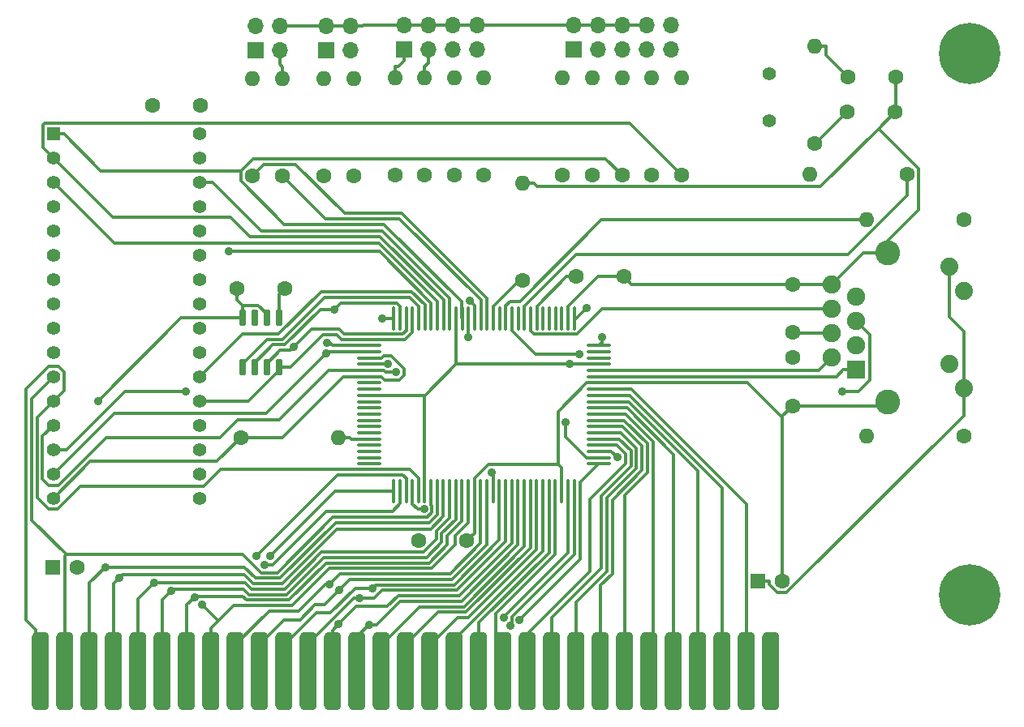
<source format=gtl>
%TF.GenerationSoftware,KiCad,Pcbnew,7.0.11*%
%TF.CreationDate,2024-10-11T23:56:48+03:00*%
%TF.ProjectId,ISA8_Ethernet,49534138-5f45-4746-9865-726e65742e6b,1.0*%
%TF.SameCoordinates,Original*%
%TF.FileFunction,Copper,L1,Top*%
%TF.FilePolarity,Positive*%
%FSLAX46Y46*%
G04 Gerber Fmt 4.6, Leading zero omitted, Abs format (unit mm)*
G04 Created by KiCad (PCBNEW 7.0.11) date 2024-10-11 23:56:48*
%MOMM*%
%LPD*%
G01*
G04 APERTURE LIST*
G04 Aperture macros list*
%AMRoundRect*
0 Rectangle with rounded corners*
0 $1 Rounding radius*
0 $2 $3 $4 $5 $6 $7 $8 $9 X,Y pos of 4 corners*
0 Add a 4 corners polygon primitive as box body*
4,1,4,$2,$3,$4,$5,$6,$7,$8,$9,$2,$3,0*
0 Add four circle primitives for the rounded corners*
1,1,$1+$1,$2,$3*
1,1,$1+$1,$4,$5*
1,1,$1+$1,$6,$7*
1,1,$1+$1,$8,$9*
0 Add four rect primitives between the rounded corners*
20,1,$1+$1,$2,$3,$4,$5,0*
20,1,$1+$1,$4,$5,$6,$7,0*
20,1,$1+$1,$6,$7,$8,$9,0*
20,1,$1+$1,$8,$9,$2,$3,0*%
G04 Aperture macros list end*
%TA.AperFunction,ComponentPad*%
%ADD10C,2.600000*%
%TD*%
%TA.AperFunction,ComponentPad*%
%ADD11C,1.890000*%
%TD*%
%TA.AperFunction,ComponentPad*%
%ADD12R,1.900000X1.900000*%
%TD*%
%TA.AperFunction,ComponentPad*%
%ADD13C,1.900000*%
%TD*%
%TA.AperFunction,ComponentPad*%
%ADD14C,6.400000*%
%TD*%
%TA.AperFunction,ComponentPad*%
%ADD15C,1.397000*%
%TD*%
%TA.AperFunction,ComponentPad*%
%ADD16R,1.397000X1.397000*%
%TD*%
%TA.AperFunction,SMDPad,CuDef*%
%ADD17RoundRect,0.150000X0.150000X-0.725000X0.150000X0.725000X-0.150000X0.725000X-0.150000X-0.725000X0*%
%TD*%
%TA.AperFunction,ComponentPad*%
%ADD18C,1.600000*%
%TD*%
%TA.AperFunction,ComponentPad*%
%ADD19O,1.600000X1.600000*%
%TD*%
%TA.AperFunction,SMDPad,CuDef*%
%ADD20RoundRect,0.100000X0.100000X-1.150000X0.100000X1.150000X-0.100000X1.150000X-0.100000X-1.150000X0*%
%TD*%
%TA.AperFunction,SMDPad,CuDef*%
%ADD21RoundRect,0.100000X1.150000X0.100000X-1.150000X0.100000X-1.150000X-0.100000X1.150000X-0.100000X0*%
%TD*%
%TA.AperFunction,ConnectorPad*%
%ADD22RoundRect,0.444500X-0.444500X-3.619500X0.444500X-3.619500X0.444500X3.619500X-0.444500X3.619500X0*%
%TD*%
%TA.AperFunction,ComponentPad*%
%ADD23R,1.600000X1.600000*%
%TD*%
%TA.AperFunction,ComponentPad*%
%ADD24R,1.700000X1.700000*%
%TD*%
%TA.AperFunction,ComponentPad*%
%ADD25O,1.700000X1.700000*%
%TD*%
%TA.AperFunction,ViaPad*%
%ADD26C,0.889000*%
%TD*%
%TA.AperFunction,Conductor*%
%ADD27C,0.368400*%
%TD*%
G04 APERTURE END LIST*
D10*
%TO.P,J1,13,SHIELD*%
%TO.N,GND*%
X192520000Y-102390000D03*
X192520000Y-86840000D03*
D11*
%TO.P,J1,L1,LEDY_A*%
%TO.N,VCC*%
X198950000Y-88290000D03*
%TO.P,J1,L2,LEDY_K*%
%TO.N,Net-(J1-LEDY_K)*%
X200470000Y-90830000D03*
%TO.P,J1,L3,LEDG_K*%
%TO.N,Net-(J1-LEDG_K)*%
X198950000Y-98400000D03*
%TO.P,J1,L4,LEDG_A*%
%TO.N,VCC*%
X200470000Y-100940000D03*
D12*
%TO.P,J1,R1,TD+*%
%TO.N,/TP_TX+*%
X189230000Y-99060000D03*
D13*
%TO.P,J1,R2,TD-*%
%TO.N,/TP_TX-*%
X186690000Y-97790000D03*
%TO.P,J1,R3,RD+*%
%TO.N,/TP_RX+*%
X189230000Y-96520000D03*
%TO.P,J1,R4,TCT*%
%TO.N,Net-(J1-TCT)*%
X186690000Y-95250000D03*
%TO.P,J1,R5,RCT*%
%TO.N,Net-(J1-RCT)*%
X189230000Y-93980000D03*
%TO.P,J1,R6,RD-*%
%TO.N,/TP_RX-*%
X186690000Y-92710000D03*
%TO.P,J1,R7,NC*%
%TO.N,unconnected-(J1-NC-PadR7)*%
X189230000Y-91440000D03*
%TO.P,J1,R8,GND*%
%TO.N,GND*%
X186690000Y-90170000D03*
%TD*%
D14*
%TO.P,HOLE1,1,1*%
%TO.N,GND*%
X201041000Y-66040000D03*
%TD*%
%TO.P,HOLE2,1,1*%
%TO.N,GND*%
X201041000Y-122555000D03*
%TD*%
D15*
%TO.P,Y1,1,1*%
%TO.N,Net-(U1-X1)*%
X180200000Y-73040940D03*
%TO.P,Y1,2,2*%
%TO.N,Net-(U1-X2)*%
X180200000Y-68159060D03*
%TD*%
D16*
%TO.P,U2,1,A18*%
%TO.N,/BA18*%
X105460000Y-74400000D03*
D15*
%TO.P,U2,2,A16*%
%TO.N,/BA16*%
X105460000Y-76940000D03*
%TO.P,U2,3,A15*%
%TO.N,/BA15*%
X105460000Y-79480000D03*
%TO.P,U2,4,A12*%
%TO.N,/A12*%
X105460000Y-82020000D03*
%TO.P,U2,5,A7*%
%TO.N,/A7*%
X105460000Y-84560000D03*
%TO.P,U2,6,A6*%
%TO.N,/A6*%
X105460000Y-87100000D03*
%TO.P,U2,7,A5*%
%TO.N,/A5*%
X105460000Y-89640000D03*
%TO.P,U2,8,A4*%
%TO.N,/A4*%
X105460000Y-92180000D03*
%TO.P,U2,9,A3*%
%TO.N,/A3*%
X105460000Y-94720000D03*
%TO.P,U2,10,A2*%
%TO.N,/A2*%
X105460000Y-97260000D03*
%TO.P,U2,11,A1*%
%TO.N,/A1*%
X105460000Y-99800000D03*
%TO.P,U2,12,A0*%
%TO.N,/A0*%
X105460000Y-102340000D03*
%TO.P,U2,13,DQ0*%
%TO.N,/BD0*%
X105460000Y-104880000D03*
%TO.P,U2,14,DQ1*%
%TO.N,/BD1*%
X105460000Y-107420000D03*
%TO.P,U2,15,DQ2*%
%TO.N,/BD2*%
X105460000Y-109960000D03*
%TO.P,U2,16,GND*%
%TO.N,GND*%
X105460000Y-112500000D03*
%TO.P,U2,17,DQ3*%
%TO.N,/BD3*%
X120700000Y-112500000D03*
%TO.P,U2,18,DQ4*%
%TO.N,/BD4*%
X120700000Y-109960000D03*
%TO.P,U2,19,DQ5*%
%TO.N,/BD5*%
X120700000Y-107420000D03*
%TO.P,U2,20,DQ6*%
%TO.N,/BD6*%
X120700000Y-104880000D03*
%TO.P,U2,21,DQ7*%
%TO.N,/BD7*%
X120700000Y-102340000D03*
%TO.P,U2,22,~{CE}*%
%TO.N,/~{BCS}*%
X120700000Y-99800000D03*
%TO.P,U2,23,A10*%
%TO.N,/A10*%
X120700000Y-97260000D03*
%TO.P,U2,24,~{OE}*%
%TO.N,/~{SMEMR}*%
X120700000Y-94720000D03*
%TO.P,U2,25,A11*%
%TO.N,/A11*%
X120700000Y-92180000D03*
%TO.P,U2,26,A9*%
%TO.N,/A9*%
X120700000Y-89640000D03*
%TO.P,U2,27,A8*%
%TO.N,/A8*%
X120700000Y-87100000D03*
%TO.P,U2,28,A13*%
%TO.N,/A13*%
X120700000Y-84560000D03*
%TO.P,U2,29,A14*%
%TO.N,/BA14*%
X120700000Y-82020000D03*
%TO.P,U2,30,A17*%
%TO.N,/BA17*%
X120700000Y-79480000D03*
%TO.P,U2,31,~{WE}*%
%TO.N,/~{SMEMW}*%
X120700000Y-76940000D03*
%TO.P,U2,32,VCC*%
%TO.N,VCC*%
X120700000Y-74400000D03*
%TD*%
D17*
%TO.P,U3,1,CS*%
%TO.N,/EECS*%
X125195000Y-98775000D03*
%TO.P,U3,2,SCLK*%
%TO.N,/BD5*%
X126465000Y-98775000D03*
%TO.P,U3,3,DI*%
%TO.N,/BD6*%
X127735000Y-98775000D03*
%TO.P,U3,4,DO*%
%TO.N,/BD7*%
X129005000Y-98775000D03*
%TO.P,U3,5,GND*%
%TO.N,GND*%
X129005000Y-93625000D03*
%TO.P,U3,6,ORG*%
%TO.N,VCC*%
X127735000Y-93625000D03*
%TO.P,U3,7,NC*%
%TO.N,unconnected-(U3-NC-Pad7)*%
X126465000Y-93625000D03*
%TO.P,U3,8,VCC*%
%TO.N,VCC*%
X125195000Y-93625000D03*
%TD*%
D18*
%TO.P,C5,1*%
%TO.N,VCC*%
X160000000Y-89300000D03*
%TO.P,C5,2*%
%TO.N,GND*%
X165000000Y-89300000D03*
%TD*%
%TO.P,C8,1*%
%TO.N,VCC*%
X124600000Y-90600000D03*
%TO.P,C8,2*%
%TO.N,GND*%
X129600000Y-90600000D03*
%TD*%
%TO.P,R6,1*%
%TO.N,GND*%
X125020000Y-106100000D03*
D19*
%TO.P,R6,2*%
%TO.N,/~{IOCS16}*%
X135180000Y-106100000D03*
%TD*%
D18*
%TO.P,R7,1*%
%TO.N,Net-(U1-X1)*%
X184900000Y-75380000D03*
D19*
%TO.P,R7,2*%
%TO.N,Net-(U1-X2)*%
X184900000Y-65220000D03*
%TD*%
D18*
%TO.P,C7,1*%
%TO.N,VCC*%
X120800000Y-71400000D03*
%TO.P,C7,2*%
%TO.N,GND*%
X115800000Y-71400000D03*
%TD*%
D20*
%TO.P,U1,1,INT3/IRQ5*%
%TO.N,/IRQ5*%
X140975000Y-111700000D03*
%TO.P,U1,2,INT2/IRQ4*%
%TO.N,/IRQ4*%
X141625000Y-111700000D03*
%TO.P,U1,3,INT1/IRQ3*%
%TO.N,/IRQ3*%
X142275000Y-111700000D03*
%TO.P,U1,4,INT0/IRQ2/9*%
%TO.N,/IRQ9*%
X142925000Y-111700000D03*
%TO.P,U1,5,SA0*%
%TO.N,/A0*%
X143550000Y-111700000D03*
%TO.P,U1,6,VCC*%
%TO.N,VCC*%
X144200000Y-111700000D03*
%TO.P,U1,7,SA1*%
%TO.N,/A1*%
X144850000Y-111700000D03*
%TO.P,U1,8,SA2*%
%TO.N,/A2*%
X145500000Y-111700000D03*
%TO.P,U1,9,SA3*%
%TO.N,/A3*%
X146150000Y-111700000D03*
%TO.P,U1,10,SA4*%
%TO.N,/A4*%
X146800000Y-111700000D03*
%TO.P,U1,11,SA5*%
%TO.N,/A5*%
X147450000Y-111700000D03*
%TO.P,U1,12,SA6*%
%TO.N,/A6*%
X148100000Y-111700000D03*
%TO.P,U1,13,SA7*%
%TO.N,/A7*%
X148750000Y-111700000D03*
%TO.P,U1,14,GND*%
%TO.N,GND*%
X149400000Y-111700000D03*
%TO.P,U1,15,SA8*%
%TO.N,/A8*%
X150050000Y-111700000D03*
%TO.P,U1,16,SA9*%
%TO.N,/A9*%
X150700000Y-111700000D03*
%TO.P,U1,17,VCC*%
%TO.N,VCC*%
X151350000Y-111700000D03*
%TO.P,U1,18,SA10*%
%TO.N,/A10*%
X152000000Y-111700000D03*
%TO.P,U1,19,SA11*%
%TO.N,/A11*%
X152650000Y-111700000D03*
%TO.P,U1,20,SA12*%
%TO.N,/A12*%
X153300000Y-111700000D03*
%TO.P,U1,21,SA13*%
%TO.N,/A13*%
X153950000Y-111700000D03*
%TO.P,U1,22,SA14*%
%TO.N,/A14*%
X154600000Y-111700000D03*
%TO.P,U1,23,SA15*%
%TO.N,/A15*%
X155250000Y-111700000D03*
%TO.P,U1,24,SA16*%
%TO.N,/A16*%
X155900000Y-111700000D03*
%TO.P,U1,25,SA17*%
%TO.N,/A17*%
X156550000Y-111700000D03*
%TO.P,U1,26,SA18*%
%TO.N,/A18*%
X157200000Y-111700000D03*
%TO.P,U1,27,SA19*%
%TO.N,/A19*%
X157850000Y-111700000D03*
%TO.P,U1,28,GND*%
%TO.N,GND*%
X158500000Y-111700000D03*
%TO.P,U1,29,~{IORB}*%
%TO.N,/~{IOR}*%
X159150000Y-111700000D03*
%TO.P,U1,30,~{IOWB}*%
%TO.N,/~{IOW}*%
X159800000Y-111700000D03*
D21*
%TO.P,U1,31,~{SMEMRB}*%
%TO.N,/~{SMEMR}*%
X162400000Y-108875000D03*
%TO.P,U1,32,~{SMEMWB}*%
%TO.N,/~{SMEMW}*%
X162400000Y-108225000D03*
%TO.P,U1,33,RSTDRV*%
%TO.N,/RSTDRV*%
X162400000Y-107575000D03*
%TO.P,U1,34,AEN*%
%TO.N,/AEN*%
X162400000Y-106925000D03*
%TO.P,U1,35,IOCHRDY*%
%TO.N,/IOCHRDY*%
X162400000Y-106275000D03*
%TO.P,U1,36,SD0*%
%TO.N,/D0*%
X162400000Y-105625000D03*
%TO.P,U1,37,SD1*%
%TO.N,/D1*%
X162400000Y-104975000D03*
%TO.P,U1,38,SD2*%
%TO.N,/D2*%
X162400000Y-104325000D03*
%TO.P,U1,39,SD3*%
%TO.N,/D3*%
X162400000Y-103675000D03*
%TO.P,U1,40,SD4*%
%TO.N,/D4*%
X162400000Y-103025000D03*
%TO.P,U1,41,SD5*%
%TO.N,/D5*%
X162400000Y-102375000D03*
%TO.P,U1,42,SD6*%
%TO.N,/D6*%
X162400000Y-101725000D03*
%TO.P,U1,43,SD7*%
%TO.N,/D7*%
X162400000Y-101075000D03*
%TO.P,U1,44,GND*%
%TO.N,GND*%
X162400000Y-100425000D03*
%TO.P,U1,45,TPOUT+*%
%TO.N,/TP_TX+*%
X162400000Y-99775000D03*
%TO.P,U1,46,TPOUT-*%
%TO.N,/TP_TX-*%
X162400000Y-99125000D03*
%TO.P,U1,47,VCC*%
%TO.N,VCC*%
X162400000Y-98475000D03*
%TO.P,U1,48,TX-*%
%TO.N,unconnected-(U1-TX--Pad48)*%
X162400000Y-97825000D03*
%TO.P,U1,49,TX+*%
%TO.N,unconnected-(U1-TX+-Pad49)*%
X162400000Y-97175000D03*
%TO.P,U1,50,X1*%
%TO.N,Net-(U1-X1)*%
X162400000Y-96525000D03*
D20*
%TO.P,U1,51,X2*%
%TO.N,Net-(U1-X2)*%
X159825000Y-93700000D03*
%TO.P,U1,52,GND*%
%TO.N,GND*%
X159175000Y-93700000D03*
%TO.P,U1,53,CD-*%
%TO.N,unconnected-(U1-CD--Pad53)*%
X158525000Y-93700000D03*
%TO.P,U1,54,CD+*%
%TO.N,unconnected-(U1-CD+-Pad54)*%
X157875000Y-93700000D03*
%TO.P,U1,55,RX-*%
%TO.N,unconnected-(U1-RX--Pad55)*%
X157225000Y-93700000D03*
%TO.P,U1,56,RX+*%
%TO.N,unconnected-(U1-RX+-Pad56)*%
X156575000Y-93700000D03*
%TO.P,U1,57,VCC*%
%TO.N,VCC*%
X155925000Y-93700000D03*
%TO.P,U1,58,TPIN-*%
%TO.N,/TP_RX-*%
X155275000Y-93700000D03*
%TO.P,U1,59,TPIN+*%
%TO.N,/TP_RX+*%
X154625000Y-93700000D03*
%TO.P,U1,60,LEDBNC*%
%TO.N,unconnected-(U1-LEDBNC-Pad60)*%
X153975000Y-93700000D03*
%TO.P,U1,61,LED0/LED_COL/LED_LINK*%
%TO.N,/LED_LINK*%
X153325000Y-93700000D03*
%TO.P,U1,62,LED1/LED_RX/LED_CRS*%
%TO.N,/LED_CRS*%
X152675000Y-93700000D03*
%TO.P,U1,63,LED2/LED_TX*%
%TO.N,unconnected-(U1-LED2{slash}LED_TX-Pad63)*%
X152025000Y-93700000D03*
%TO.P,U1,64,AUI*%
%TO.N,/AUI*%
X151375000Y-93700000D03*
%TO.P,U1,65,JP*%
%TO.N,/JP*%
X150725000Y-93700000D03*
%TO.P,U1,66,BA21/PNP*%
%TO.N,/BA21*%
X150075000Y-93700000D03*
%TO.P,U1,67,BA20/BS0*%
%TO.N,/BA20*%
X149425000Y-93700000D03*
%TO.P,U1,68,BA19/BS1*%
%TO.N,/BA19*%
X148775000Y-93700000D03*
%TO.P,U1,69,BA18/BS2*%
%TO.N,/BA18*%
X148125000Y-93700000D03*
%TO.P,U1,70,VCC*%
%TO.N,VCC*%
X147475000Y-93700000D03*
%TO.P,U1,71,BA17/BS3*%
%TO.N,/BA17*%
X146825000Y-93700000D03*
%TO.P,U1,72,BA16/BS4*%
%TO.N,/BA16*%
X146175000Y-93700000D03*
%TO.P,U1,73,BA15*%
%TO.N,/BA15*%
X145525000Y-93700000D03*
%TO.P,U1,74,BA14/PL0*%
%TO.N,/BA14*%
X144875000Y-93700000D03*
%TO.P,U1,75,~{BCSB}*%
%TO.N,/~{BCS}*%
X144225000Y-93700000D03*
%TO.P,U1,76,EECS*%
%TO.N,/EECS*%
X143575000Y-93700000D03*
%TO.P,U1,77,BD7/PL1/EEDO*%
%TO.N,/BD7*%
X142925000Y-93700000D03*
%TO.P,U1,78,BD6/IRQS0/EEDI*%
%TO.N,/BD6*%
X142275000Y-93700000D03*
%TO.P,U1,79,BD5/IRQS1/EESK*%
%TO.N,/BD5*%
X141625000Y-93700000D03*
%TO.P,U1,80,BD4/IRQS2*%
%TO.N,/BD4*%
X140975000Y-93700000D03*
D21*
%TO.P,U1,81,BD3/IOS0*%
%TO.N,/BD3*%
X138400000Y-96525000D03*
%TO.P,U1,82,BD2/IOS1*%
%TO.N,/BD2*%
X138400000Y-97175000D03*
%TO.P,U1,83,GND*%
%TO.N,GND*%
X138400000Y-97825000D03*
%TO.P,U1,84,BD1/IOS2*%
%TO.N,/BD1*%
X138400000Y-98475000D03*
%TO.P,U1,85,BD0/IOS3*%
%TO.N,/BD0*%
X138400000Y-99125000D03*
%TO.P,U1,86,GND*%
%TO.N,GND*%
X138400000Y-99775000D03*
%TO.P,U1,87,SD15*%
%TO.N,unconnected-(U1-SD15-Pad87)*%
X138400000Y-100425000D03*
%TO.P,U1,88,SD14*%
%TO.N,unconnected-(U1-SD14-Pad88)*%
X138400000Y-101075000D03*
%TO.P,U1,89,VCC*%
%TO.N,VCC*%
X138400000Y-101725000D03*
%TO.P,U1,90,SD13*%
%TO.N,unconnected-(U1-SD13-Pad90)*%
X138400000Y-102375000D03*
%TO.P,U1,91,SD12*%
%TO.N,unconnected-(U1-SD12-Pad91)*%
X138400000Y-103025000D03*
%TO.P,U1,92,SD11*%
%TO.N,unconnected-(U1-SD11-Pad92)*%
X138400000Y-103675000D03*
%TO.P,U1,93,SD10*%
%TO.N,unconnected-(U1-SD10-Pad93)*%
X138400000Y-104325000D03*
%TO.P,U1,94,SD9*%
%TO.N,unconnected-(U1-SD9-Pad94)*%
X138400000Y-104975000D03*
%TO.P,U1,95,SD8*%
%TO.N,unconnected-(U1-SD8-Pad95)*%
X138400000Y-105625000D03*
%TO.P,U1,96,~{IOCS16B/SLOT16}*%
%TO.N,/~{IOCS16}*%
X138400000Y-106275000D03*
%TO.P,U1,97,INT7/IRQ15*%
%TO.N,unconnected-(U1-INT7{slash}IRQ15-Pad97)*%
X138400000Y-106925000D03*
%TO.P,U1,98,INT6/IRQ12*%
%TO.N,unconnected-(U1-INT6{slash}IRQ12-Pad98)*%
X138400000Y-107575000D03*
%TO.P,U1,99,INT5/IRQ11*%
%TO.N,unconnected-(U1-INT5{slash}IRQ11-Pad99)*%
X138400000Y-108225000D03*
%TO.P,U1,100,INT4/IRQ10*%
%TO.N,unconnected-(U1-INT4{slash}IRQ10-Pad100)*%
X138400000Y-108875000D03*
%TD*%
D18*
%TO.P,R1,1*%
%TO.N,/TP_RX+*%
X194580000Y-78600000D03*
D19*
%TO.P,R1,2*%
%TO.N,/TP_RX-*%
X184420000Y-78600000D03*
%TD*%
D18*
%TO.P,C3,1*%
%TO.N,Net-(J1-TCT)*%
X182600000Y-95100000D03*
%TO.P,C3,2*%
%TO.N,GND*%
X182600000Y-90100000D03*
%TD*%
%TO.P,R3,1*%
%TO.N,Net-(J1-LEDY_K)*%
X200480000Y-83400000D03*
D19*
%TO.P,R3,2*%
%TO.N,/LED_CRS*%
X190320000Y-83400000D03*
%TD*%
D18*
%TO.P,C1,1*%
%TO.N,GND*%
X193300000Y-72100000D03*
%TO.P,C1,2*%
%TO.N,Net-(U1-X1)*%
X188300000Y-72100000D03*
%TD*%
%TO.P,C2,1*%
%TO.N,GND*%
X193400000Y-68500000D03*
%TO.P,C2,2*%
%TO.N,Net-(U1-X2)*%
X188400000Y-68500000D03*
%TD*%
D22*
%TO.P,BUS1,32,IO_CH_CK*%
%TO.N,unconnected-(BUS1-IO_CH_CK-Pad32)*%
X180340000Y-130492500D03*
%TO.P,BUS1,33,SD7*%
%TO.N,/D7*%
X177800000Y-130492500D03*
%TO.P,BUS1,34,SD6*%
%TO.N,/D6*%
X175260000Y-130492500D03*
%TO.P,BUS1,35,SD5*%
%TO.N,/D5*%
X172720000Y-130492500D03*
%TO.P,BUS1,36,SD4*%
%TO.N,/D4*%
X170180000Y-130492500D03*
%TO.P,BUS1,37,SD3*%
%TO.N,/D3*%
X167640000Y-130492500D03*
%TO.P,BUS1,38,SD2*%
%TO.N,/D2*%
X165100000Y-130492500D03*
%TO.P,BUS1,39,SD1*%
%TO.N,/D1*%
X162560000Y-130492500D03*
%TO.P,BUS1,40,SD0*%
%TO.N,/D0*%
X160020000Y-130492500D03*
%TO.P,BUS1,41,IO_READY*%
%TO.N,/IOCHRDY*%
X157480000Y-130492500D03*
%TO.P,BUS1,42,AEN*%
%TO.N,/AEN*%
X154940000Y-130492500D03*
%TO.P,BUS1,43,SA19*%
%TO.N,/A19*%
X152400000Y-130492500D03*
%TO.P,BUS1,44,SA18*%
%TO.N,/A18*%
X149860000Y-130492500D03*
%TO.P,BUS1,45,SA17*%
%TO.N,/A17*%
X147320000Y-130492500D03*
%TO.P,BUS1,46,SA16*%
%TO.N,/A16*%
X144780000Y-130492500D03*
%TO.P,BUS1,47,SA15*%
%TO.N,/A15*%
X142240000Y-130492500D03*
%TO.P,BUS1,48,SA14*%
%TO.N,/A14*%
X139700000Y-130492500D03*
%TO.P,BUS1,49,SA13*%
%TO.N,/A13*%
X137160000Y-130492500D03*
%TO.P,BUS1,50,SA12*%
%TO.N,/A12*%
X134620000Y-130492500D03*
%TO.P,BUS1,51,SA11*%
%TO.N,/A11*%
X132080000Y-130492500D03*
%TO.P,BUS1,52,SA10*%
%TO.N,/A10*%
X129540000Y-130492500D03*
%TO.P,BUS1,53,SA9*%
%TO.N,/A9*%
X127000000Y-130492500D03*
%TO.P,BUS1,54,SA8*%
%TO.N,/A8*%
X124460000Y-130492500D03*
%TO.P,BUS1,55,SA7*%
%TO.N,/A7*%
X121920000Y-130492500D03*
%TO.P,BUS1,56,SA6*%
%TO.N,/A6*%
X119380000Y-130492500D03*
%TO.P,BUS1,57,SA5*%
%TO.N,/A5*%
X116840000Y-130492500D03*
%TO.P,BUS1,58,SA4*%
%TO.N,/A4*%
X114300000Y-130492500D03*
%TO.P,BUS1,59,SA3*%
%TO.N,/A3*%
X111760000Y-130492500D03*
%TO.P,BUS1,60,SA2*%
%TO.N,/A2*%
X109220000Y-130492500D03*
%TO.P,BUS1,61,SA1*%
%TO.N,/A1*%
X106680000Y-130492500D03*
%TO.P,BUS1,62,SA0*%
%TO.N,/A0*%
X104140000Y-130492500D03*
%TD*%
D18*
%TO.P,C6,1*%
%TO.N,VCC*%
X143600000Y-116900000D03*
%TO.P,C6,2*%
%TO.N,GND*%
X148600000Y-116900000D03*
%TD*%
%TO.P,R2,1*%
%TO.N,Net-(J1-LEDG_K)*%
X200480000Y-106000000D03*
D19*
%TO.P,R2,2*%
%TO.N,/LED_LINK*%
X190320000Y-106000000D03*
%TD*%
D18*
%TO.P,C4,1*%
%TO.N,Net-(J1-RCT)*%
X182600000Y-97800000D03*
%TO.P,C4,2*%
%TO.N,GND*%
X182600000Y-102800000D03*
%TD*%
D23*
%TO.P,C9,1*%
%TO.N,VCC*%
X179000000Y-121100000D03*
D18*
%TO.P,C9,2*%
%TO.N,GND*%
X181500000Y-121100000D03*
%TD*%
D23*
%TO.P,C10,1*%
%TO.N,VCC*%
X105400000Y-119700000D03*
D18*
%TO.P,C10,2*%
%TO.N,GND*%
X107900000Y-119700000D03*
%TD*%
%TO.P,R10,1*%
%TO.N,/BD3*%
X141100000Y-78715000D03*
D19*
%TO.P,R10,2*%
%TO.N,Net-(J9-Pin_1)*%
X141100000Y-68555000D03*
%TD*%
D24*
%TO.P,J4,1,Pin_1*%
%TO.N,Net-(J4-Pin_1)*%
X126560000Y-65640000D03*
D25*
%TO.P,J4,2,Pin_2*%
%TO.N,VCC*%
X126560000Y-63100000D03*
%TO.P,J4,3,Pin_3*%
%TO.N,Net-(J4-Pin_3)*%
X129100000Y-65640000D03*
%TO.P,J4,4,Pin_4*%
%TO.N,VCC*%
X129100000Y-63100000D03*
%TD*%
D24*
%TO.P,J7,1,Pin_1*%
%TO.N,Net-(J7-Pin_1)*%
X133950000Y-65640000D03*
D25*
%TO.P,J7,2,Pin_2*%
%TO.N,VCC*%
X133950000Y-63100000D03*
%TO.P,J7,3,Pin_3*%
%TO.N,Net-(J7-Pin_3)*%
X136490000Y-65640000D03*
%TO.P,J7,4,Pin_4*%
%TO.N,VCC*%
X136490000Y-63100000D03*
%TD*%
D24*
%TO.P,J10,1,Pin_1*%
%TO.N,Net-(J10-Pin_1)*%
X159720000Y-65600000D03*
D25*
%TO.P,J10,2,Pin_2*%
%TO.N,VCC*%
X159720000Y-63060000D03*
%TO.P,J10,3,Pin_3*%
%TO.N,Net-(J10-Pin_3)*%
X162260000Y-65600000D03*
%TO.P,J10,4,Pin_4*%
%TO.N,VCC*%
X162260000Y-63060000D03*
%TO.P,J10,5,Pin_5*%
%TO.N,Net-(J10-Pin_5)*%
X164800000Y-65600000D03*
%TO.P,J10,6,Pin_6*%
%TO.N,VCC*%
X164800000Y-63060000D03*
%TO.P,J10,7,Pin_7*%
%TO.N,Net-(J10-Pin_7)*%
X167340000Y-65600000D03*
%TO.P,J10,8,Pin_8*%
%TO.N,VCC*%
X167340000Y-63060000D03*
%TO.P,J10,9,Pin_9*%
%TO.N,Net-(J10-Pin_9)*%
X169880000Y-65600000D03*
%TO.P,J10,10,Pin_10*%
%TO.N,VCC*%
X169880000Y-63060000D03*
%TD*%
D18*
%TO.P,R9,1*%
%TO.N,/BD5*%
X136800000Y-78780000D03*
D19*
%TO.P,R9,2*%
%TO.N,Net-(J7-Pin_3)*%
X136800000Y-68620000D03*
%TD*%
D18*
%TO.P,R12,1*%
%TO.N,/BD1*%
X147300000Y-78715000D03*
D19*
%TO.P,R12,2*%
%TO.N,Net-(J9-Pin_5)*%
X147300000Y-68555000D03*
%TD*%
D18*
%TO.P,R18,1*%
%TO.N,/AUI*%
X154400000Y-89680000D03*
D19*
%TO.P,R18,2*%
%TO.N,GND*%
X154400000Y-79520000D03*
%TD*%
D18*
%TO.P,R15,1*%
%TO.N,/BA19*%
X161700000Y-78680000D03*
D19*
%TO.P,R15,2*%
%TO.N,Net-(J10-Pin_3)*%
X161700000Y-68520000D03*
%TD*%
D18*
%TO.P,R13,1*%
%TO.N,/BD0*%
X150400000Y-78715000D03*
D19*
%TO.P,R13,2*%
%TO.N,Net-(J9-Pin_7)*%
X150400000Y-68555000D03*
%TD*%
D18*
%TO.P,R16,1*%
%TO.N,/BA18*%
X164800000Y-78680000D03*
D19*
%TO.P,R16,2*%
%TO.N,Net-(J10-Pin_5)*%
X164800000Y-68520000D03*
%TD*%
D24*
%TO.P,J9,1,Pin_1*%
%TO.N,Net-(J9-Pin_1)*%
X142020000Y-65575000D03*
D25*
%TO.P,J9,2,Pin_2*%
%TO.N,VCC*%
X142020000Y-63035000D03*
%TO.P,J9,3,Pin_3*%
%TO.N,Net-(J9-Pin_3)*%
X144560000Y-65575000D03*
%TO.P,J9,4,Pin_4*%
%TO.N,VCC*%
X144560000Y-63035000D03*
%TO.P,J9,5,Pin_5*%
%TO.N,Net-(J9-Pin_5)*%
X147100000Y-65575000D03*
%TO.P,J9,6,Pin_6*%
%TO.N,VCC*%
X147100000Y-63035000D03*
%TO.P,J9,7,Pin_7*%
%TO.N,Net-(J9-Pin_7)*%
X149640000Y-65575000D03*
%TO.P,J9,8,Pin_8*%
%TO.N,VCC*%
X149640000Y-63035000D03*
%TD*%
D18*
%TO.P,R14,1*%
%TO.N,/BA20*%
X158600000Y-78680000D03*
D19*
%TO.P,R14,2*%
%TO.N,Net-(J10-Pin_1)*%
X158600000Y-68520000D03*
%TD*%
D18*
%TO.P,R4,1*%
%TO.N,/JP*%
X126240000Y-78780000D03*
D19*
%TO.P,R4,2*%
%TO.N,Net-(J4-Pin_1)*%
X126240000Y-68620000D03*
%TD*%
D18*
%TO.P,R8,1*%
%TO.N,/BD6*%
X133650000Y-78780000D03*
D19*
%TO.P,R8,2*%
%TO.N,Net-(J7-Pin_1)*%
X133650000Y-68620000D03*
%TD*%
D18*
%TO.P,R17,1*%
%TO.N,/BA17*%
X167900000Y-78680000D03*
D19*
%TO.P,R17,2*%
%TO.N,Net-(J10-Pin_7)*%
X167900000Y-68520000D03*
%TD*%
D18*
%TO.P,R19,1*%
%TO.N,/BA16*%
X171000000Y-78680000D03*
D19*
%TO.P,R19,2*%
%TO.N,Net-(J10-Pin_9)*%
X171000000Y-68520000D03*
%TD*%
D18*
%TO.P,R11,1*%
%TO.N,/BD2*%
X144200000Y-78715000D03*
D19*
%TO.P,R11,2*%
%TO.N,Net-(J9-Pin_3)*%
X144200000Y-68555000D03*
%TD*%
D18*
%TO.P,R5,1*%
%TO.N,/BA21*%
X129400000Y-78780000D03*
D19*
%TO.P,R5,2*%
%TO.N,Net-(J4-Pin_3)*%
X129400000Y-68620000D03*
%TD*%
D26*
%TO.N,/A10*%
X138768900Y-121846400D03*
%TO.N,/A11*%
X137430000Y-122917300D03*
%TO.N,/A12*%
X135241900Y-125628800D03*
%TO.N,/A13*%
X138388200Y-125696200D03*
%TO.N,/A2*%
X110862900Y-119661000D03*
%TO.N,/A3*%
X112378800Y-120763800D03*
%TO.N,/A4*%
X115954300Y-121325600D03*
%TO.N,/A5*%
X117741300Y-122157400D03*
%TO.N,/A6*%
X120192500Y-122792800D03*
%TO.N,/A7*%
X120994700Y-123595000D03*
%TO.N,/A8*%
X134298800Y-121451200D03*
%TO.N,/A9*%
X135302300Y-122049900D03*
%TO.N,/~{IOR}*%
X152452600Y-124896400D03*
%TO.N,/~{IOW}*%
X153112500Y-125779600D03*
%TO.N,VCC*%
X159373900Y-98475000D03*
X151179700Y-109794100D03*
X110117200Y-102297900D03*
%TO.N,/RSTDRV*%
X164297800Y-108184800D03*
%TO.N,/IRQ9*%
X144136400Y-113605600D03*
%TO.N,/~{SMEMW}*%
X158937000Y-104523500D03*
%TO.N,/~{SMEMR}*%
X154113900Y-125196400D03*
%TO.N,/IRQ5*%
X128076300Y-118484600D03*
%TO.N,/IRQ4*%
X127473900Y-119425200D03*
%TO.N,/IRQ3*%
X126660100Y-118515300D03*
%TO.N,Net-(U1-X1)*%
X162723500Y-95671800D03*
%TO.N,Net-(U1-X2)*%
X161093400Y-92633000D03*
%TO.N,Net-(J1-RCT)*%
X187776300Y-101312900D03*
%TO.N,/LED_LINK*%
X160386400Y-97446200D03*
%TO.N,/BD6*%
X130531500Y-96671400D03*
%TO.N,/BD5*%
X134770100Y-92728400D03*
%TO.N,/BD4*%
X139757000Y-93700000D03*
%TO.N,/BD3*%
X133976600Y-96233300D03*
%TO.N,/BD2*%
X133957500Y-97324300D03*
%TO.N,/BD1*%
X119292500Y-101309100D03*
X140399600Y-98445100D03*
%TO.N,/BD0*%
X141212300Y-99292800D03*
%TO.N,/BA14*%
X123814300Y-86694000D03*
%TO.N,/BA19*%
X148775000Y-95606500D03*
%TO.N,/BA20*%
X148895200Y-91790200D03*
%TD*%
D27*
%TO.N,/A0*%
X103657400Y-130009900D02*
X104140000Y-130492500D01*
X102627800Y-125157600D02*
X103657400Y-126187200D01*
X102627800Y-101069700D02*
X102627800Y-125157600D01*
X103657400Y-126187200D02*
X103657400Y-130009900D01*
X106013400Y-98714400D02*
X104983100Y-98714400D01*
X106578100Y-99279100D02*
X106013400Y-98714400D01*
X104983100Y-98714400D02*
X102627800Y-101069700D01*
X106578100Y-101221900D02*
X106578100Y-99279100D01*
X105460000Y-102340000D02*
X106578100Y-101221900D01*
%TO.N,/D1*%
X166881400Y-107010000D02*
X164846400Y-104975000D01*
X166881400Y-109566000D02*
X166881400Y-107010000D01*
X163781300Y-120336338D02*
X163781300Y-112666100D01*
X164846400Y-104975000D02*
X162400000Y-104975000D01*
X162560000Y-121557638D02*
X163781300Y-120336338D01*
X163781300Y-112666100D02*
X166881400Y-109566000D01*
X162560000Y-130492500D02*
X162560000Y-121557638D01*
%TO.N,/A0*%
X142633100Y-109466200D02*
X122926800Y-109466200D01*
X108263900Y-111230000D02*
X105909300Y-113584600D01*
X143550000Y-111700000D02*
X143550000Y-110383100D01*
X121163000Y-111230000D02*
X108263900Y-111230000D01*
X143550000Y-110383100D02*
X142633100Y-109466200D01*
X103768400Y-112405600D02*
X103768400Y-104031600D01*
X103768400Y-104031600D02*
X105460000Y-102340000D01*
X105909300Y-113584600D02*
X104947400Y-113584600D01*
X122926800Y-109466200D02*
X121163000Y-111230000D01*
X104947400Y-113584600D02*
X103768400Y-112405600D01*
%TO.N,/A1*%
X106680000Y-118499300D02*
X106680000Y-130492500D01*
X125244100Y-118370000D02*
X127129900Y-120255800D01*
X105460000Y-99800000D02*
X103198100Y-102061900D01*
X144480500Y-114436200D02*
X144967000Y-113949700D01*
X127129900Y-120255800D02*
X128827100Y-120255800D01*
X103198100Y-102061900D02*
X103198100Y-114758800D01*
X144967000Y-113949700D02*
X144967000Y-113261500D01*
X144967000Y-113261500D02*
X144850000Y-113144500D01*
X134646700Y-114436200D02*
X144480500Y-114436200D01*
X144850000Y-113144500D02*
X144850000Y-111700000D01*
X106809300Y-118370000D02*
X125244100Y-118370000D01*
X103198100Y-114758800D02*
X106809300Y-118370000D01*
X128827100Y-120255800D02*
X134646700Y-114436200D01*
X106809300Y-118370000D02*
X106680000Y-118499300D01*
%TO.N,/A10*%
X152000000Y-111700000D02*
X152000000Y-116841400D01*
X139098900Y-121516400D02*
X138768900Y-121846400D01*
X134375000Y-124446400D02*
X136975000Y-121846400D01*
X152000000Y-116841400D02*
X147325000Y-121516400D01*
X129540000Y-130492500D02*
X129540000Y-127786300D01*
X147325000Y-121516400D02*
X139098900Y-121516400D01*
X132879900Y-124446400D02*
X134375000Y-124446400D01*
X136975000Y-121846400D02*
X138768900Y-121846400D01*
X129540000Y-127786300D02*
X132879900Y-124446400D01*
%TO.N,/A11*%
X152650000Y-111700000D02*
X152650000Y-116998000D01*
X139742700Y-122086700D02*
X138912100Y-122917300D01*
X138912100Y-122917300D02*
X137430000Y-122917300D01*
X136778800Y-122917300D02*
X132080000Y-127616100D01*
X147561300Y-122086700D02*
X139742700Y-122086700D01*
X137430000Y-122917300D02*
X136778800Y-122917300D01*
X152650000Y-116998000D02*
X147561300Y-122086700D01*
X132080000Y-127616100D02*
X132080000Y-130492500D01*
%TO.N,/A12*%
X147816800Y-122657000D02*
X141427400Y-122657000D01*
X140322200Y-123762200D02*
X137108500Y-123762200D01*
X153300000Y-117173800D02*
X147816800Y-122657000D01*
X141427400Y-122657000D02*
X140322200Y-123762200D01*
X134620000Y-126250700D02*
X135241900Y-125628800D01*
X137108500Y-123762200D02*
X135241900Y-125628800D01*
X153300000Y-111700000D02*
X153300000Y-117173800D01*
X134620000Y-130492500D02*
X134620000Y-126250700D01*
%TO.N,/A13*%
X139194700Y-125696200D02*
X138388200Y-125696200D01*
X137160000Y-126924400D02*
X138388200Y-125696200D01*
X141663600Y-123227300D02*
X139194700Y-125696200D01*
X153950000Y-111700000D02*
X153950000Y-117330800D01*
X148053500Y-123227300D02*
X141663600Y-123227300D01*
X153950000Y-117330800D02*
X148053500Y-123227300D01*
X137160000Y-130492500D02*
X137160000Y-126924400D01*
%TO.N,/A14*%
X154600000Y-117487300D02*
X148289700Y-123797600D01*
X139700000Y-127785500D02*
X139700000Y-130492500D01*
X143687900Y-123797600D02*
X139700000Y-127785500D01*
X154600000Y-111700000D02*
X154600000Y-117487300D01*
X148289700Y-123797600D02*
X143687900Y-123797600D01*
%TO.N,/A15*%
X155250000Y-117643800D02*
X148525900Y-124367900D01*
X142240000Y-127752900D02*
X142240000Y-130492500D01*
X155250000Y-111700000D02*
X155250000Y-117643800D01*
X145625000Y-124367900D02*
X142240000Y-127752900D01*
X148525900Y-124367900D02*
X145625000Y-124367900D01*
%TO.N,/A16*%
X147633300Y-124938200D02*
X144780000Y-127791500D01*
X144780000Y-127791500D02*
X144780000Y-130492500D01*
X148762200Y-124938200D02*
X147633300Y-124938200D01*
X155900000Y-111700000D02*
X155900000Y-117800400D01*
X155900000Y-117800400D02*
X148762200Y-124938200D01*
%TO.N,/A17*%
X156550000Y-111700000D02*
X156550000Y-117958800D01*
X147320000Y-127188800D02*
X147320000Y-130492500D01*
X156550000Y-117958800D02*
X147320000Y-127188800D01*
%TO.N,/A18*%
X149860000Y-125481500D02*
X149860000Y-130492500D01*
X157200000Y-118141500D02*
X149860000Y-125481500D01*
X157200000Y-111700000D02*
X157200000Y-118141500D01*
%TO.N,/A19*%
X151622000Y-129714500D02*
X152400000Y-130492500D01*
X157850000Y-118324400D02*
X151622000Y-124552400D01*
X157850000Y-111700000D02*
X157850000Y-118324400D01*
X151622000Y-124552400D02*
X151622000Y-129714500D01*
%TO.N,/A2*%
X109220000Y-121303900D02*
X110862900Y-119661000D01*
X125416600Y-119661000D02*
X126581700Y-120826100D01*
X134933000Y-115006500D02*
X144716700Y-115006500D01*
X144716700Y-115006500D02*
X145537300Y-114185900D01*
X126581700Y-120826100D02*
X129113400Y-120826100D01*
X109220000Y-130492500D02*
X109220000Y-121303900D01*
X110862900Y-119661000D02*
X125416600Y-119661000D01*
X145537300Y-111737300D02*
X145500000Y-111700000D01*
X129113400Y-120826100D02*
X134933000Y-115006500D01*
X145537300Y-114185900D02*
X145537300Y-111737300D01*
%TO.N,/A3*%
X129349600Y-121396400D02*
X135032100Y-115713900D01*
X144815800Y-115713900D02*
X146150000Y-114379700D01*
X111760000Y-130492500D02*
X111760000Y-121382600D01*
X135032100Y-115713900D02*
X144815800Y-115713900D01*
X125406200Y-120457100D02*
X126345500Y-121396400D01*
X111760000Y-121382600D02*
X112378800Y-120763800D01*
X112378800Y-120763800D02*
X112685500Y-120457100D01*
X146150000Y-114379700D02*
X146150000Y-111700000D01*
X126345500Y-121396400D02*
X129349600Y-121396400D01*
X112685500Y-120457100D02*
X125406200Y-120457100D01*
%TO.N,/A4*%
X133459900Y-118092600D02*
X144100700Y-118092600D01*
X129585800Y-121966700D02*
X133459900Y-118092600D01*
X144100700Y-118092600D02*
X145428500Y-116764800D01*
X114300000Y-122979900D02*
X115954300Y-121325600D01*
X125468200Y-121325600D02*
X126109300Y-121966700D01*
X145428500Y-115907700D02*
X146800000Y-114536200D01*
X115954300Y-121325600D02*
X125468200Y-121325600D01*
X146800000Y-114536200D02*
X146800000Y-111700000D01*
X145428500Y-116764800D02*
X145428500Y-115907700D01*
X114300000Y-130492500D02*
X114300000Y-122979900D01*
X126109300Y-121966700D02*
X129585800Y-121966700D01*
%TO.N,/A5*%
X117741300Y-122157400D02*
X117936600Y-121962100D01*
X117936600Y-121962100D02*
X125298200Y-121962100D01*
X116840000Y-123058700D02*
X117741300Y-122157400D01*
X133696000Y-118663000D02*
X144396200Y-118663000D01*
X145998800Y-117060400D02*
X145998800Y-116143900D01*
X147450000Y-114692700D02*
X147450000Y-111700000D01*
X144396200Y-118663000D02*
X145998800Y-117060400D01*
X125873100Y-122537000D02*
X129822000Y-122537000D01*
X125298200Y-121962100D02*
X125873100Y-122537000D01*
X129822000Y-122537000D02*
X133696000Y-118663000D01*
X145998800Y-116143900D02*
X147450000Y-114692700D01*
X116840000Y-130492500D02*
X116840000Y-123058700D01*
%TO.N,/A6*%
X120192500Y-122792800D02*
X120265500Y-122719800D01*
X130058200Y-123107300D02*
X133932100Y-119233400D01*
X146570500Y-116415200D02*
X148100000Y-114885700D01*
X125249400Y-122719800D02*
X125636900Y-123107300D01*
X119380000Y-123605300D02*
X120192500Y-122792800D01*
X146570500Y-117322700D02*
X146570500Y-116415200D01*
X133932100Y-119233400D02*
X144659800Y-119233400D01*
X119380000Y-130492500D02*
X119380000Y-123605300D01*
X125636900Y-123107300D02*
X130058200Y-123107300D01*
X144659800Y-119233400D02*
X146570500Y-117322700D01*
X148100000Y-114885700D02*
X148100000Y-111700000D01*
X120265500Y-122719800D02*
X125249400Y-122719800D01*
%TO.N,/A7*%
X121920000Y-130492500D02*
X121920000Y-126055100D01*
X121920000Y-126055100D02*
X122687400Y-125287700D01*
X147413900Y-117312400D02*
X147413900Y-116394700D01*
X130418800Y-123677600D02*
X134292600Y-119803800D01*
X122687400Y-125287700D02*
X124297500Y-123677600D01*
X147413900Y-116394700D02*
X148750000Y-115058600D01*
X122687400Y-125287700D02*
X120994700Y-123595000D01*
X124297500Y-123677600D02*
X130418800Y-123677600D01*
X134292600Y-119803800D02*
X144922500Y-119803800D01*
X144922500Y-119803800D02*
X147413900Y-117312400D01*
X148750000Y-115058600D02*
X148750000Y-111700000D01*
%TO.N,/A8*%
X131070100Y-124247900D02*
X133866800Y-121451200D01*
X146852600Y-120375800D02*
X135374200Y-120375800D01*
X150050000Y-111700000D02*
X150050000Y-117178400D01*
X135374200Y-120375800D02*
X134298800Y-121451200D01*
X124460000Y-130492500D02*
X124460000Y-127753200D01*
X124460000Y-127753200D02*
X127965300Y-124247900D01*
X133866800Y-121451200D02*
X134298800Y-121451200D01*
X127965300Y-124247900D02*
X131070100Y-124247900D01*
X150050000Y-117178400D02*
X146852600Y-120375800D01*
%TO.N,/A9*%
X136406100Y-120946100D02*
X135302300Y-122049900D01*
X147088800Y-120946100D02*
X136406100Y-120946100D01*
X127000000Y-127721000D02*
X129569400Y-125151600D01*
X150700000Y-117334900D02*
X147088800Y-120946100D01*
X127000000Y-130492500D02*
X127000000Y-127721000D01*
X150700000Y-111700000D02*
X150700000Y-117334900D01*
X129569400Y-125151600D02*
X131187700Y-125151600D01*
X133760300Y-123591900D02*
X135302300Y-122049900D01*
X131187700Y-125151600D02*
X132747400Y-123591900D01*
X132747400Y-123591900D02*
X133760300Y-123591900D01*
%TO.N,/AEN*%
X161489000Y-112536800D02*
X165167500Y-108858300D01*
X154940000Y-130492500D02*
X154940000Y-126661300D01*
X165167500Y-108858300D02*
X165167500Y-107820300D01*
X165167500Y-107820300D02*
X164272200Y-106925000D01*
X164272200Y-106925000D02*
X162400000Y-106925000D01*
X161489000Y-120112300D02*
X161489000Y-112536800D01*
X154940000Y-126661300D02*
X161489000Y-120112300D01*
%TO.N,/D0*%
X160020000Y-123293800D02*
X163212900Y-120100900D01*
X164689900Y-105625000D02*
X162400000Y-105625000D01*
X166311100Y-109329800D02*
X166311100Y-107246200D01*
X160020000Y-130492500D02*
X160020000Y-123293800D01*
X166311100Y-107246200D02*
X164689900Y-105625000D01*
X163212900Y-120100900D02*
X163212900Y-112428000D01*
X163212900Y-112428000D02*
X166311100Y-109329800D01*
%TO.N,/D2*%
X167451700Y-106773800D02*
X165002900Y-104325000D01*
X165100000Y-112153900D02*
X167451700Y-109802200D01*
X167451700Y-109802200D02*
X167451700Y-106773800D01*
X165100000Y-130492500D02*
X165100000Y-112153900D01*
X165002900Y-104325000D02*
X162400000Y-104325000D01*
%TO.N,/D3*%
X165159400Y-103675000D02*
X162400000Y-103675000D01*
X167640000Y-130492500D02*
X168022000Y-130110500D01*
X168022000Y-106537600D02*
X165159400Y-103675000D01*
X168022000Y-130110500D02*
X168022000Y-106537600D01*
%TO.N,/D4*%
X170180000Y-130492500D02*
X170180000Y-107889100D01*
X170180000Y-107889100D02*
X165315900Y-103025000D01*
X165315900Y-103025000D02*
X162400000Y-103025000D01*
%TO.N,/D5*%
X172719900Y-109622500D02*
X165472400Y-102375000D01*
X172719900Y-130492500D02*
X172719900Y-109622500D01*
X165472400Y-102375000D02*
X162400000Y-102375000D01*
X172720000Y-130492500D02*
X172719900Y-130492500D01*
%TO.N,/D6*%
X175260000Y-111356100D02*
X165628900Y-101725000D01*
X175260000Y-130492500D02*
X175260000Y-111356100D01*
X165628900Y-101725000D02*
X162400000Y-101725000D01*
%TO.N,/D7*%
X177800000Y-113089600D02*
X165785400Y-101075000D01*
X177800000Y-130492500D02*
X177800000Y-113089600D01*
X165785400Y-101075000D02*
X162400000Y-101075000D01*
%TO.N,/~{IOR}*%
X152452600Y-124854700D02*
X152452600Y-124896400D01*
X159150000Y-111700000D02*
X159150000Y-118157300D01*
X159150000Y-118157300D02*
X152452600Y-124854700D01*
%TO.N,/~{IOW}*%
X153283300Y-125608800D02*
X153112500Y-125779600D01*
X159800000Y-118335700D02*
X153283300Y-124852400D01*
X153283300Y-124852400D02*
X153283300Y-125608800D01*
X159800000Y-111700000D02*
X159800000Y-118335700D01*
%TO.N,GND*%
X140049100Y-100136100D02*
X139688000Y-99775000D01*
X200338100Y-121852100D02*
X201041000Y-122555000D01*
X192520000Y-102390000D02*
X192110000Y-102800000D01*
X195772800Y-82337200D02*
X195772800Y-78066300D01*
X141574700Y-100136100D02*
X140049100Y-100136100D01*
X199343900Y-67737100D02*
X200338100Y-67737100D01*
X150837900Y-108917700D02*
X149400000Y-110355600D01*
X129005000Y-91195000D02*
X129005000Y-93625000D01*
X155977700Y-79911600D02*
X185488400Y-79911600D01*
X202738100Y-124252100D02*
X201743900Y-124252100D01*
X193300000Y-72100000D02*
X193400000Y-72000000D01*
X135697600Y-99775000D02*
X138400000Y-99775000D01*
X200338100Y-120857900D02*
X200338100Y-121852100D01*
X200338100Y-67737100D02*
X201041000Y-68440000D01*
X200338100Y-120857900D02*
X201041000Y-120155000D01*
X159175000Y-93700000D02*
X159175000Y-92407700D01*
X191553300Y-73846700D02*
X193300000Y-72100000D01*
X186620000Y-90100000D02*
X182600000Y-90100000D01*
X201743900Y-66742900D02*
X201041000Y-66040000D01*
X201743900Y-67737100D02*
X201743900Y-66742900D01*
X155586100Y-79520000D02*
X155977700Y-79911600D01*
X192110000Y-102800000D02*
X182600000Y-102800000D01*
X129600000Y-90600000D02*
X129005000Y-91195000D01*
X201743900Y-64342900D02*
X201041000Y-63640000D01*
X140720800Y-97585500D02*
X142079600Y-98944300D01*
X202738100Y-64342900D02*
X201743900Y-64342900D01*
X199343900Y-120857900D02*
X200338100Y-120857900D01*
X122492900Y-108627100D02*
X125020000Y-106100000D01*
X193400000Y-72000000D02*
X193400000Y-68500000D01*
X201743900Y-120857900D02*
X201041000Y-120155000D01*
X192520000Y-85590000D02*
X195772800Y-82337200D01*
X139927500Y-97585500D02*
X140720800Y-97585500D01*
X142079600Y-99631200D02*
X141574700Y-100136100D01*
X125020000Y-106100000D02*
X129372600Y-106100000D01*
X149400000Y-110355600D02*
X149400000Y-111700000D01*
X129372600Y-106100000D02*
X135697600Y-99775000D01*
X158106400Y-108917700D02*
X150837900Y-108917700D01*
X182600000Y-90100000D02*
X165800000Y-90100000D01*
X186690000Y-90170000D02*
X186620000Y-90100000D01*
X109332900Y-108627100D02*
X122492900Y-108627100D01*
X181500000Y-121100000D02*
X181500000Y-104042200D01*
X165800000Y-90100000D02*
X165000000Y-89300000D01*
X139688000Y-97825000D02*
X139927500Y-97585500D01*
X158106400Y-108917700D02*
X158106400Y-103418800D01*
X181500000Y-104042200D02*
X181428900Y-103971100D01*
X159175000Y-92407700D02*
X162282700Y-89300000D01*
X201743900Y-67737100D02*
X201041000Y-68440000D01*
X158500000Y-109311300D02*
X158106400Y-108917700D01*
X162282700Y-89300000D02*
X165000000Y-89300000D01*
X202738100Y-120857900D02*
X201743900Y-120857900D01*
X177882800Y-100425000D02*
X162400000Y-100425000D01*
X148600000Y-116900000D02*
X149400000Y-116100000D01*
X158500000Y-111700000D02*
X158500000Y-109311300D01*
X138400000Y-97825000D02*
X139688000Y-97825000D01*
X192520000Y-86840000D02*
X190020000Y-86840000D01*
X158106400Y-103418800D02*
X161100200Y-100425000D01*
X139688000Y-99775000D02*
X138400000Y-99775000D01*
X142079600Y-98944300D02*
X142079600Y-99631200D01*
X201743900Y-124252100D02*
X201041000Y-124955000D01*
X154400000Y-79520000D02*
X155586100Y-79520000D01*
X185488400Y-79911600D02*
X191553300Y-73846700D01*
X161100200Y-100425000D02*
X162400000Y-100425000D01*
X149400000Y-116100000D02*
X149400000Y-111700000D01*
X192520000Y-86840000D02*
X192520000Y-85590000D01*
X105460000Y-112500000D02*
X109332900Y-108627100D01*
X202738100Y-67737100D02*
X201743900Y-67737100D01*
X190020000Y-86840000D02*
X186690000Y-90170000D01*
X195772800Y-78066300D02*
X191553300Y-73846700D01*
X182600000Y-102800000D02*
X181428900Y-103971100D01*
X181428900Y-103971100D02*
X177882800Y-100425000D01*
%TO.N,VCC*%
X136490000Y-63100000D02*
X137726100Y-63100000D01*
X142020000Y-63035000D02*
X137791100Y-63035000D01*
X138400000Y-101725000D02*
X144200000Y-101725000D01*
X159032100Y-89300000D02*
X160000000Y-89300000D01*
X137791100Y-63035000D02*
X137726100Y-63100000D01*
X133950000Y-63100000D02*
X129100000Y-63100000D01*
X144200000Y-101725000D02*
X144225000Y-101725000D01*
X180186100Y-121470700D02*
X181037200Y-122321800D01*
X200470000Y-95086700D02*
X198950000Y-93566700D01*
X200470000Y-100940000D02*
X200470000Y-95086700D01*
X149640000Y-63035000D02*
X158458900Y-63035000D01*
X147100000Y-63035000D02*
X144560000Y-63035000D01*
X125195000Y-92327300D02*
X126843100Y-92327300D01*
X181037200Y-122321800D02*
X181968300Y-122321800D01*
X144560000Y-63035000D02*
X142020000Y-63035000D01*
X180186100Y-121100000D02*
X180186100Y-121470700D01*
X125195000Y-93625000D02*
X118790100Y-93625000D01*
X159720000Y-63060000D02*
X158483900Y-63060000D01*
X162260000Y-63060000D02*
X159720000Y-63060000D01*
X198950000Y-93566700D02*
X198950000Y-88290000D01*
X136490000Y-63100000D02*
X133950000Y-63100000D01*
X179000000Y-121100000D02*
X180186100Y-121100000D01*
X155925000Y-92407100D02*
X159032100Y-89300000D01*
X124600000Y-90600000D02*
X124600000Y-91732300D01*
X151350000Y-111700000D02*
X151350000Y-109964400D01*
X147100000Y-63035000D02*
X149640000Y-63035000D01*
X167340000Y-63060000D02*
X164800000Y-63060000D01*
X124600000Y-91732300D02*
X125195000Y-92327300D01*
X147475000Y-98475000D02*
X147475000Y-93700000D01*
X200470000Y-103820100D02*
X200470000Y-100940000D01*
X144200000Y-101725000D02*
X144200000Y-111700000D01*
X181968300Y-122321800D02*
X200470000Y-103820100D01*
X144225000Y-101725000D02*
X147475000Y-98475000D01*
X118790100Y-93625000D02*
X110117200Y-102297900D01*
X159373900Y-98475000D02*
X147475000Y-98475000D01*
X126843100Y-92327300D02*
X127735000Y-93219200D01*
X164800000Y-63060000D02*
X162260000Y-63060000D01*
X162400000Y-98475000D02*
X159373900Y-98475000D01*
X151350000Y-109964400D02*
X151179700Y-109794100D01*
X127735000Y-93219200D02*
X127735000Y-93625000D01*
X155925000Y-93700000D02*
X155925000Y-92407100D01*
X158458900Y-63035000D02*
X158483900Y-63060000D01*
X125195000Y-92327300D02*
X125195000Y-93625000D01*
%TO.N,/RSTDRV*%
X164297800Y-108184800D02*
X163688000Y-107575000D01*
X163688000Y-107575000D02*
X162400000Y-107575000D01*
%TO.N,/IRQ9*%
X143481800Y-113605600D02*
X142925000Y-113048800D01*
X142925000Y-113048800D02*
X142925000Y-111700000D01*
X144136400Y-113605600D02*
X143481800Y-113605600D01*
%TO.N,/~{SMEMW}*%
X158937000Y-106062900D02*
X158937000Y-104523500D01*
X162400000Y-108225000D02*
X161099100Y-108225000D01*
X161099100Y-108225000D02*
X158937000Y-106062900D01*
%TO.N,/~{SMEMR}*%
X160451400Y-110823600D02*
X160451400Y-118858900D01*
X162400000Y-108875000D02*
X160451400Y-110823600D01*
X160451400Y-118858900D02*
X154113900Y-125196400D01*
%TO.N,/IRQ5*%
X140975000Y-111700000D02*
X134860900Y-111700000D01*
X134860900Y-111700000D02*
X128076300Y-118484600D01*
%TO.N,/IRQ4*%
X127473900Y-119425200D02*
X128310400Y-119425200D01*
X140835400Y-113805800D02*
X141625000Y-113016200D01*
X128310400Y-119425200D02*
X133929800Y-113805800D01*
X141625000Y-113016200D02*
X141625000Y-111700000D01*
X133929800Y-113805800D02*
X140835400Y-113805800D01*
%TO.N,/IRQ3*%
X126660100Y-118515300D02*
X135138900Y-110036500D01*
X135138900Y-110036500D02*
X141927200Y-110036500D01*
X142275000Y-110384300D02*
X142275000Y-111700000D01*
X141927200Y-110036500D02*
X142275000Y-110384300D01*
%TO.N,/IOCHRDY*%
X157480000Y-130492500D02*
X157480000Y-124931300D01*
X165739300Y-109095100D02*
X165739300Y-107517000D01*
X164497300Y-106275000D02*
X162400000Y-106275000D01*
X165739300Y-107517000D02*
X164497300Y-106275000D01*
X162626900Y-119784400D02*
X162626900Y-112207500D01*
X162626900Y-112207500D02*
X165739300Y-109095100D01*
X157480000Y-124931300D02*
X162626900Y-119784400D01*
%TO.N,/~{IOCS16}*%
X135180000Y-106100000D02*
X136366100Y-106100000D01*
X136541100Y-106275000D02*
X136366100Y-106100000D01*
X138400000Y-106275000D02*
X136541100Y-106275000D01*
%TO.N,Net-(U1-X1)*%
X184900000Y-75380000D02*
X185020000Y-75380000D01*
X162400000Y-96525000D02*
X162723500Y-96201500D01*
X185020000Y-75380000D02*
X188300000Y-72100000D01*
X162723500Y-96201500D02*
X162723500Y-95671800D01*
%TO.N,Net-(U1-X2)*%
X184900000Y-65220000D02*
X186086100Y-65220000D01*
X186086100Y-65220000D02*
X186086100Y-66186100D01*
X160026400Y-93700000D02*
X161093400Y-92633000D01*
X159825000Y-93700000D02*
X160026400Y-93700000D01*
X186086100Y-66186100D02*
X188400000Y-68500000D01*
%TO.N,Net-(J1-TCT)*%
X186690000Y-95250000D02*
X182750000Y-95250000D01*
X182750000Y-95250000D02*
X182600000Y-95100000D01*
%TO.N,Net-(J1-RCT)*%
X187776300Y-101312900D02*
X189437500Y-101312900D01*
X190632600Y-100117800D02*
X190632600Y-95382600D01*
X189437500Y-101312900D02*
X190632600Y-100117800D01*
X190632600Y-95382600D02*
X189230000Y-93980000D01*
%TO.N,/TP_RX-*%
X155275000Y-95005000D02*
X155275000Y-93700000D01*
X160126500Y-95336500D02*
X155606500Y-95336500D01*
X186690000Y-92710000D02*
X162753000Y-92710000D01*
X162753000Y-92710000D02*
X160126500Y-95336500D01*
X155606500Y-95336500D02*
X155275000Y-95005000D01*
%TO.N,/TP_RX+*%
X194580000Y-80826000D02*
X188416600Y-86989400D01*
X188416600Y-86989400D02*
X160046800Y-86989400D01*
X194580000Y-78600000D02*
X194580000Y-80826000D01*
X154625000Y-92411200D02*
X154625000Y-93700000D01*
X160046800Y-86989400D02*
X154625000Y-92411200D01*
%TO.N,/TP_TX-*%
X185355000Y-99125000D02*
X162400000Y-99125000D01*
X186690000Y-97790000D02*
X185355000Y-99125000D01*
%TO.N,/TP_TX+*%
X187893900Y-99060000D02*
X187178900Y-99775000D01*
X187178900Y-99775000D02*
X162400000Y-99775000D01*
X189230000Y-99060000D02*
X187893900Y-99060000D01*
%TO.N,/LED_LINK*%
X153325000Y-94992900D02*
X153325000Y-93700000D01*
X155778300Y-97446200D02*
X153325000Y-94992900D01*
X160386400Y-97446200D02*
X155778300Y-97446200D01*
%TO.N,/JP*%
X141830000Y-82700000D02*
X135841700Y-82700000D01*
X127449000Y-77571000D02*
X126240000Y-78780000D01*
X130712700Y-77571000D02*
X127449000Y-77571000D01*
X150725000Y-91595000D02*
X141830000Y-82700000D01*
X135841700Y-82700000D02*
X130712700Y-77571000D01*
X150725000Y-93700000D02*
X150725000Y-91595000D01*
%TO.N,/BA18*%
X139956100Y-83840600D02*
X148064500Y-91949000D01*
X105460000Y-74400000D02*
X106544600Y-74400000D01*
X164800000Y-78680000D02*
X163096400Y-76976400D01*
X126330600Y-76976400D02*
X125024700Y-78282300D01*
X129570600Y-83840600D02*
X139956100Y-83840600D01*
X125024700Y-78282300D02*
X110426900Y-78282300D01*
X125024700Y-79294700D02*
X129570600Y-83840600D01*
X148064500Y-91949000D02*
X148064500Y-93639500D01*
X163096400Y-76976400D02*
X126330600Y-76976400D01*
X125024700Y-78282300D02*
X125024700Y-79294700D01*
X148064500Y-93639500D02*
X148125000Y-93700000D01*
X110426900Y-78282300D02*
X106544600Y-74400000D01*
%TO.N,/BA17*%
X127182300Y-84569200D02*
X139787300Y-84569200D01*
X120700000Y-79480000D02*
X122093100Y-79480000D01*
X146825000Y-91606900D02*
X146825000Y-93700000D01*
X122093100Y-79480000D02*
X127182300Y-84569200D01*
X139787300Y-84569200D02*
X146825000Y-91606900D01*
%TO.N,/BA16*%
X125957400Y-85139500D02*
X139549200Y-85139500D01*
X123958100Y-83140200D02*
X125957400Y-85139500D01*
X104375400Y-73477000D02*
X104546000Y-73306400D01*
X105460000Y-76940000D02*
X111660200Y-83140200D01*
X146175000Y-91765300D02*
X146175000Y-93700000D01*
X105460000Y-76940000D02*
X104375400Y-75855400D01*
X104546000Y-73306400D02*
X165626400Y-73306400D01*
X104375400Y-75855400D02*
X104375400Y-73477000D01*
X111660200Y-83140200D02*
X123958100Y-83140200D01*
X165626400Y-73306400D02*
X171000000Y-78680000D01*
X139549200Y-85139500D02*
X146175000Y-91765300D01*
%TO.N,/BD6*%
X132373900Y-94829000D02*
X130531500Y-96671400D01*
X135804200Y-95339300D02*
X135293900Y-94829000D01*
X141923700Y-95339300D02*
X135804200Y-95339300D01*
X129126700Y-97010600D02*
X127735000Y-98402300D01*
X142275000Y-94988000D02*
X141923700Y-95339300D01*
X142275000Y-93700000D02*
X142275000Y-94988000D01*
X135293900Y-94829000D02*
X132373900Y-94829000D01*
X127735000Y-98402300D02*
X127735000Y-98775000D01*
X130192300Y-97010600D02*
X129126700Y-97010600D01*
X130531500Y-96671400D02*
X130192300Y-97010600D01*
%TO.N,/BD5*%
X129588000Y-96440300D02*
X128379200Y-96440300D01*
X141625000Y-93700000D02*
X141625000Y-92391600D01*
X133299900Y-92728400D02*
X129588000Y-96440300D01*
X141625000Y-92391600D02*
X141296900Y-92063500D01*
X135435000Y-92063500D02*
X134770100Y-92728400D01*
X141296900Y-92063500D02*
X135435000Y-92063500D01*
X134770100Y-92728400D02*
X133299900Y-92728400D01*
X128379200Y-96440300D02*
X126465000Y-98354500D01*
X126465000Y-98354500D02*
X126465000Y-98775000D01*
%TO.N,/BD4*%
X140975000Y-93700000D02*
X139757000Y-93700000D01*
%TO.N,/BD3*%
X138400000Y-96525000D02*
X134587400Y-96525000D01*
X134587400Y-96525000D02*
X134295700Y-96233300D01*
X134295700Y-96233300D02*
X133976600Y-96233300D01*
%TO.N,/BD2*%
X138400000Y-97175000D02*
X134106800Y-97175000D01*
X134106800Y-97175000D02*
X133957500Y-97324300D01*
X111810000Y-103610000D02*
X105460000Y-109960000D01*
X127671800Y-103610000D02*
X111810000Y-103610000D01*
X133957500Y-97324300D02*
X127671800Y-103610000D01*
%TO.N,/BD1*%
X138400000Y-98475000D02*
X140369700Y-98475000D01*
X140369700Y-98475000D02*
X140399600Y-98445100D01*
X106853100Y-107420000D02*
X112964000Y-101309100D01*
X105460000Y-107420000D02*
X106853100Y-107420000D01*
X112964000Y-101309100D02*
X119292500Y-101309100D01*
%TO.N,/BD0*%
X124682300Y-104270700D02*
X122803000Y-106150000D01*
X129044600Y-104270700D02*
X124682300Y-104270700D01*
X140072700Y-99292800D02*
X139904900Y-99125000D01*
X106019600Y-111095600D02*
X105018300Y-111095600D01*
X139904900Y-99125000D02*
X138400000Y-99125000D01*
X110965200Y-106150000D02*
X106019600Y-111095600D01*
X141212300Y-99292800D02*
X140072700Y-99292800D01*
X138400000Y-99125000D02*
X134190300Y-99125000D01*
X104341600Y-105998400D02*
X105460000Y-104880000D01*
X122803000Y-106150000D02*
X110965200Y-106150000D01*
X104341600Y-110418900D02*
X104341600Y-105998400D01*
X105018300Y-111095600D02*
X104341600Y-110418900D01*
X134190300Y-99125000D02*
X129044600Y-104270700D01*
%TO.N,/BA15*%
X111810000Y-85830000D02*
X139424600Y-85830000D01*
X145525000Y-91930400D02*
X145525000Y-93700000D01*
X105460000Y-79480000D02*
X111810000Y-85830000D01*
X139424600Y-85830000D02*
X145525000Y-91930400D01*
%TO.N,/BA14*%
X139482100Y-86694000D02*
X123814300Y-86694000D01*
X144875000Y-93700000D02*
X144875000Y-92086900D01*
X144875000Y-92086900D02*
X139482100Y-86694000D01*
%TO.N,/~{BCS}*%
X128975300Y-95299700D02*
X133386400Y-90888600D01*
X125200300Y-95299700D02*
X128975300Y-95299700D01*
X120700000Y-99800000D02*
X125200300Y-95299700D01*
X144225000Y-92253500D02*
X144225000Y-93700000D01*
X133386400Y-90888600D02*
X142860100Y-90888600D01*
X142860100Y-90888600D02*
X144225000Y-92253500D01*
%TO.N,/EECS*%
X142623900Y-91458900D02*
X143575000Y-92410000D01*
X133762900Y-91458900D02*
X142623900Y-91458900D01*
X143575000Y-92410000D02*
X143575000Y-93700000D01*
X125195000Y-98775000D02*
X125195000Y-98401800D01*
X129351800Y-95870000D02*
X133762900Y-91458900D01*
X127726800Y-95870000D02*
X129351800Y-95870000D01*
X125195000Y-98401800D02*
X127726800Y-95870000D01*
%TO.N,/BD7*%
X135584600Y-95932100D02*
X135055100Y-95402600D01*
X130220800Y-98775000D02*
X129005000Y-98775000D01*
X142925000Y-95159700D02*
X142152600Y-95932100D01*
X142152600Y-95932100D02*
X135584600Y-95932100D01*
X125819900Y-102340000D02*
X120700000Y-102340000D01*
X135055100Y-95402600D02*
X133593200Y-95402600D01*
X129005000Y-99154900D02*
X125819900Y-102340000D01*
X142925000Y-93700000D02*
X142925000Y-95159700D01*
X133593200Y-95402600D02*
X130220800Y-98775000D01*
X129005000Y-98775000D02*
X129005000Y-99154900D01*
%TO.N,/BA19*%
X148775000Y-93700000D02*
X148775000Y-95606500D01*
%TO.N,/BA20*%
X149425000Y-93700000D02*
X149425000Y-92320000D01*
X149425000Y-92320000D02*
X148895200Y-91790200D01*
%TO.N,/BA21*%
X129400000Y-78780000D02*
X133890300Y-83270300D01*
X133890300Y-83270300D02*
X141593800Y-83270300D01*
X150075000Y-91751500D02*
X150075000Y-93700000D01*
X141593800Y-83270300D02*
X150075000Y-91751500D01*
%TO.N,/LED_CRS*%
X153127600Y-91889400D02*
X152675000Y-92342000D01*
X190320000Y-83400000D02*
X162657200Y-83400000D01*
X162657200Y-83400000D02*
X154167800Y-91889400D01*
X152675000Y-92342000D02*
X152675000Y-93700000D01*
X154167800Y-91889400D02*
X153127600Y-91889400D01*
%TO.N,/AUI*%
X151375000Y-92386300D02*
X154081300Y-89680000D01*
X151375000Y-93700000D02*
X151375000Y-92386300D01*
X154081300Y-89680000D02*
X154400000Y-89680000D01*
%TO.N,Net-(J4-Pin_3)*%
X129100000Y-65640000D02*
X129100000Y-67133900D01*
X129100000Y-67133900D02*
X129400000Y-67433900D01*
X129400000Y-68620000D02*
X129400000Y-67433900D01*
%TO.N,Net-(J9-Pin_1)*%
X141100000Y-68555000D02*
X141100000Y-67368900D01*
X142020000Y-65575000D02*
X142020000Y-66811100D01*
X141462200Y-67368900D02*
X141100000Y-67368900D01*
X142020000Y-66811100D02*
X141462200Y-67368900D01*
%TO.N,Net-(J9-Pin_3)*%
X144560000Y-67008900D02*
X144200000Y-67368900D01*
X144560000Y-65575000D02*
X144560000Y-67008900D01*
X144200000Y-68555000D02*
X144200000Y-67368900D01*
%TD*%
M02*

</source>
